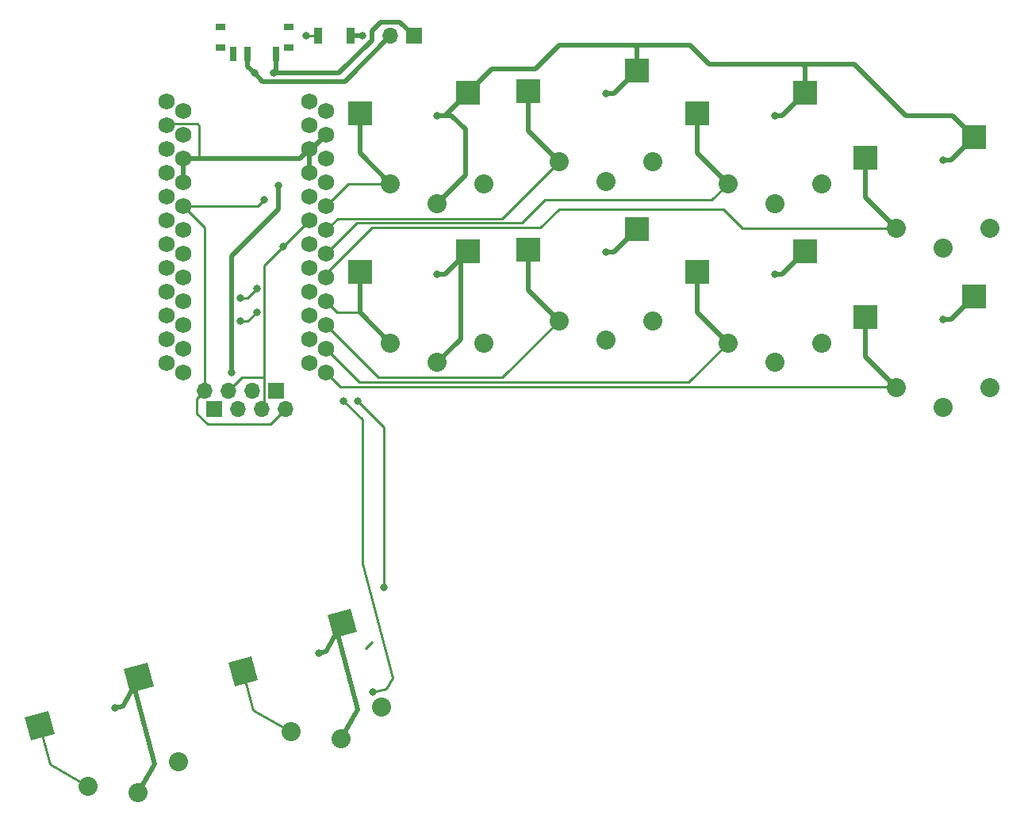
<source format=gbr>
%TF.GenerationSoftware,KiCad,Pcbnew,5.1.8*%
%TF.CreationDate,2021-02-20T18:00:33-06:00*%
%TF.ProjectId,small-paintbrush-hotswap,736d616c-6c2d-4706-9169-6e7462727573,rev?*%
%TF.SameCoordinates,Original*%
%TF.FileFunction,Copper,L1,Top*%
%TF.FilePolarity,Positive*%
%FSLAX46Y46*%
G04 Gerber Fmt 4.6, Leading zero omitted, Abs format (unit mm)*
G04 Created by KiCad (PCBNEW 5.1.8) date 2021-02-20 18:00:33*
%MOMM*%
%LPD*%
G01*
G04 APERTURE LIST*
%TA.AperFunction,ComponentPad*%
%ADD10C,1.752600*%
%TD*%
%TA.AperFunction,SMDPad,CuDef*%
%ADD11C,0.100000*%
%TD*%
%TA.AperFunction,ComponentPad*%
%ADD12C,2.032000*%
%TD*%
%TA.AperFunction,SMDPad,CuDef*%
%ADD13R,2.600000X2.600000*%
%TD*%
%TA.AperFunction,ComponentPad*%
%ADD14O,1.700000X1.700000*%
%TD*%
%TA.AperFunction,ComponentPad*%
%ADD15R,1.700000X1.700000*%
%TD*%
%TA.AperFunction,SMDPad,CuDef*%
%ADD16R,0.900000X1.700000*%
%TD*%
%TA.AperFunction,SMDPad,CuDef*%
%ADD17R,1.000000X0.800000*%
%TD*%
%TA.AperFunction,SMDPad,CuDef*%
%ADD18R,0.700000X1.500000*%
%TD*%
%TA.AperFunction,ViaPad*%
%ADD19C,0.800000*%
%TD*%
%TA.AperFunction,Conductor*%
%ADD20C,0.254000*%
%TD*%
%TA.AperFunction,Conductor*%
%ADD21C,0.508000*%
%TD*%
G04 APERTURE END LIST*
D10*
%TO.P,U2,1*%
%TO.N,Net-(U2-Pad1)*%
X92221739Y-28629424D03*
%TO.P,U2,2*%
%TO.N,Net-(U2-Pad2)*%
X92221739Y-31169424D03*
%TO.P,U2,3*%
%TO.N,GND*%
X92221739Y-33709424D03*
%TO.P,U2,4*%
X92221739Y-36249424D03*
%TO.P,U2,5*%
%TO.N,SDA*%
X92221739Y-38789424D03*
%TO.P,U2,6*%
%TO.N,SCL*%
X92221739Y-41329424D03*
%TO.P,U2,7*%
%TO.N,Net-(U2-Pad7)*%
X92221739Y-43869424D03*
%TO.P,U2,8*%
%TO.N,Net-(U2-Pad8)*%
X92221739Y-46409424D03*
%TO.P,U2,9*%
%TO.N,T1*%
X92221739Y-48949424D03*
%TO.P,U2,10*%
%TO.N,T2*%
X92221739Y-51489424D03*
%TO.P,U2,11*%
%TO.N,Net-(U2-Pad11)*%
X92221739Y-54029424D03*
%TO.P,U2,13*%
%TO.N,R2C4*%
X76981739Y-56569424D03*
%TO.P,U2,14*%
%TO.N,R2C3*%
X76981739Y-54029424D03*
%TO.P,U2,15*%
%TO.N,R2C2*%
X76981739Y-51489424D03*
%TO.P,U2,16*%
%TO.N,R2C1*%
X76981739Y-48949424D03*
%TO.P,U2,17*%
%TO.N,R1C4*%
X76981739Y-46409424D03*
%TO.P,U2,18*%
%TO.N,R1C3*%
X76981739Y-43869424D03*
%TO.P,U2,19*%
%TO.N,R1C2*%
X76981739Y-41329424D03*
%TO.P,U2,20*%
%TO.N,R1C1*%
X76981739Y-38789424D03*
%TO.P,U2,21*%
%TO.N,VCC*%
X76981739Y-36249424D03*
%TO.P,U2,22*%
%TO.N,RST*%
X76981739Y-33709424D03*
%TO.P,U2,23*%
%TO.N,GND*%
X76981739Y-31169424D03*
%TO.P,U2,12*%
%TO.N,Net-(U2-Pad12)*%
X92221739Y-56569424D03*
%TO.P,U2,24*%
%TO.N,Net-(U2-Pad24)*%
X76981739Y-28629424D03*
%TD*%
%TA.AperFunction,SMDPad,CuDef*%
D11*
%TO.P,KEY10,1*%
%TO.N,GND*%
G36*
X94828997Y-85943160D02*
G01*
X94156068Y-83431753D01*
X96667475Y-82758824D01*
X97340404Y-85270231D01*
X94828997Y-85943160D01*
G37*
%TD.AperFunction*%
D12*
%TO.P,KEY10,2*%
%TO.N,T1*%
X99937944Y-93322306D03*
%TO.P,KEY10,1*%
%TO.N,GND*%
X95651834Y-96644845D03*
%TA.AperFunction,SMDPad,CuDef*%
D11*
%TO.P,KEY10,2*%
%TO.N,T1*%
G36*
X84241955Y-91057557D02*
G01*
X83569026Y-88546150D01*
X86080433Y-87873221D01*
X86753362Y-90384628D01*
X84241955Y-91057557D01*
G37*
%TD.AperFunction*%
D12*
X90278685Y-95910496D03*
%TD*%
%TA.AperFunction,SMDPad,CuDef*%
D11*
%TO.P,KEY9,1*%
%TO.N,GND*%
G36*
X73132869Y-91760241D02*
G01*
X72459940Y-89248834D01*
X74971347Y-88575905D01*
X75644276Y-91087312D01*
X73132869Y-91760241D01*
G37*
%TD.AperFunction*%
D12*
%TO.P,KEY9,2*%
%TO.N,T2*%
X78241816Y-99139387D03*
%TO.P,KEY9,1*%
%TO.N,GND*%
X73955706Y-102461926D03*
%TA.AperFunction,SMDPad,CuDef*%
D11*
%TO.P,KEY9,2*%
%TO.N,T2*%
G36*
X62545827Y-96874638D02*
G01*
X61872898Y-94363231D01*
X64384305Y-93690302D01*
X65057234Y-96201709D01*
X62545827Y-96874638D01*
G37*
%TD.AperFunction*%
D12*
X68582557Y-101727577D03*
%TD*%
D13*
%TO.P,KEY3,1*%
%TO.N,GND*%
X145176739Y-27649426D03*
D12*
%TO.P,KEY3,2*%
%TO.N,R1C3*%
X146901739Y-37399426D03*
%TO.P,KEY3,1*%
%TO.N,GND*%
X141901739Y-39499426D03*
D13*
%TO.P,KEY3,2*%
%TO.N,R1C3*%
X133626739Y-29849426D03*
D12*
X136901739Y-37399426D03*
%TD*%
D13*
%TO.P,KEY8,1*%
%TO.N,GND*%
X163176739Y-49399423D03*
D12*
%TO.P,KEY8,2*%
%TO.N,R2C4*%
X164901739Y-59149423D03*
%TO.P,KEY8,1*%
%TO.N,GND*%
X159901739Y-61249423D03*
D13*
%TO.P,KEY8,2*%
%TO.N,R2C4*%
X151626739Y-51599423D03*
D12*
X154901739Y-59149423D03*
%TD*%
D13*
%TO.P,KEY7,1*%
%TO.N,GND*%
X145176739Y-44649426D03*
D12*
%TO.P,KEY7,2*%
%TO.N,R2C3*%
X146901739Y-54399426D03*
%TO.P,KEY7,1*%
%TO.N,GND*%
X141901739Y-56499426D03*
D13*
%TO.P,KEY7,2*%
%TO.N,R2C3*%
X133626739Y-46849426D03*
D12*
X136901739Y-54399426D03*
%TD*%
%TO.P,KEY6,2*%
%TO.N,R2C2*%
X118901739Y-52019424D03*
D13*
X115626739Y-44469424D03*
D12*
%TO.P,KEY6,1*%
%TO.N,GND*%
X123901739Y-54119424D03*
%TO.P,KEY6,2*%
%TO.N,R2C2*%
X128901739Y-52019424D03*
D13*
%TO.P,KEY6,1*%
%TO.N,GND*%
X127176739Y-42269424D03*
%TD*%
%TO.P,KEY5,1*%
%TO.N,GND*%
X109176736Y-44649424D03*
D12*
%TO.P,KEY5,2*%
%TO.N,R2C1*%
X110901736Y-54399424D03*
%TO.P,KEY5,1*%
%TO.N,GND*%
X105901736Y-56499424D03*
D13*
%TO.P,KEY5,2*%
%TO.N,R2C1*%
X97626736Y-46849424D03*
D12*
X100901736Y-54399424D03*
%TD*%
D13*
%TO.P,KEY4,1*%
%TO.N,GND*%
X163176737Y-32399424D03*
D12*
%TO.P,KEY4,2*%
%TO.N,R1C4*%
X164901737Y-42149424D03*
%TO.P,KEY4,1*%
%TO.N,GND*%
X159901737Y-44249424D03*
D13*
%TO.P,KEY4,2*%
%TO.N,R1C4*%
X151626737Y-34599424D03*
D12*
X154901737Y-42149424D03*
%TD*%
%TO.P,KEY2,2*%
%TO.N,R1C2*%
X118901737Y-35019424D03*
D13*
X115626737Y-27469424D03*
D12*
%TO.P,KEY2,1*%
%TO.N,GND*%
X123901737Y-37119424D03*
%TO.P,KEY2,2*%
%TO.N,R1C2*%
X128901737Y-35019424D03*
D13*
%TO.P,KEY2,1*%
%TO.N,GND*%
X127176737Y-25269424D03*
%TD*%
%TO.P,KEY1,1*%
%TO.N,GND*%
X109176737Y-27649424D03*
D12*
%TO.P,KEY1,2*%
%TO.N,R1C1*%
X110901737Y-37399424D03*
%TO.P,KEY1,1*%
%TO.N,GND*%
X105901737Y-39499424D03*
D13*
%TO.P,KEY1,2*%
%TO.N,R1C1*%
X97626737Y-29849424D03*
D12*
X100901737Y-37399424D03*
%TD*%
D10*
%TO.P,U1,24*%
%TO.N,Net-(U1-Pad24)*%
X94021737Y-29629424D03*
%TO.P,U1,12*%
%TO.N,Net-(U1-Pad12)*%
X78781737Y-57569424D03*
%TO.P,U1,23*%
%TO.N,GND*%
X94021737Y-32169424D03*
%TO.P,U1,22*%
%TO.N,RST*%
X94021737Y-34709424D03*
%TO.P,U1,21*%
%TO.N,VCC*%
X94021737Y-37249424D03*
%TO.P,U1,20*%
%TO.N,R1C1*%
X94021737Y-39789424D03*
%TO.P,U1,19*%
%TO.N,R1C2*%
X94021737Y-42329424D03*
%TO.P,U1,18*%
%TO.N,R1C3*%
X94021737Y-44869424D03*
%TO.P,U1,17*%
%TO.N,R1C4*%
X94021737Y-47409424D03*
%TO.P,U1,16*%
%TO.N,R2C1*%
X94021737Y-49949424D03*
%TO.P,U1,15*%
%TO.N,R2C2*%
X94021737Y-52489424D03*
%TO.P,U1,14*%
%TO.N,R2C3*%
X94021737Y-55029424D03*
%TO.P,U1,13*%
%TO.N,R2C4*%
X94021737Y-57569424D03*
%TO.P,U1,11*%
%TO.N,Net-(U1-Pad11)*%
X78781737Y-55029424D03*
%TO.P,U1,10*%
%TO.N,T2*%
X78781737Y-52489424D03*
%TO.P,U1,9*%
%TO.N,T1*%
X78781737Y-49949424D03*
%TO.P,U1,8*%
%TO.N,Net-(U1-Pad8)*%
X78781737Y-47409424D03*
%TO.P,U1,7*%
%TO.N,Net-(U1-Pad7)*%
X78781737Y-44869424D03*
%TO.P,U1,6*%
%TO.N,SCL*%
X78781737Y-42329424D03*
%TO.P,U1,5*%
%TO.N,SDA*%
X78781737Y-39789424D03*
%TO.P,U1,4*%
%TO.N,GND*%
X78781737Y-37249424D03*
%TO.P,U1,3*%
X78781737Y-34709424D03*
%TO.P,U1,2*%
%TO.N,Net-(U1-Pad2)*%
X78781737Y-32169424D03*
%TO.P,U1,1*%
%TO.N,Net-(U1-Pad1)*%
X78781737Y-29629424D03*
%TD*%
D14*
%TO.P,J3,4*%
%TO.N,SDA*%
X89721739Y-61499424D03*
%TO.P,J3,3*%
%TO.N,SCL*%
X87181739Y-61499424D03*
%TO.P,J3,2*%
%TO.N,VCC*%
X84641739Y-61499424D03*
D15*
%TO.P,J3,1*%
%TO.N,GND*%
X82101739Y-61499424D03*
%TD*%
D14*
%TO.P,J2,4*%
%TO.N,SDA*%
X81081737Y-59499424D03*
%TO.P,J2,3*%
%TO.N,SCL*%
X83621737Y-59499424D03*
%TO.P,J2,2*%
%TO.N,VCC*%
X86161737Y-59499424D03*
D15*
%TO.P,J2,1*%
%TO.N,GND*%
X88701737Y-59499424D03*
%TD*%
D16*
%TO.P,PUSH2,2*%
%TO.N,GND*%
X96601737Y-21599425D03*
%TO.P,PUSH2,1*%
%TO.N,RST*%
X93201737Y-21599425D03*
%TD*%
D17*
%TO.P,SW2,*%
%TO.N,*%
X90051737Y-22879425D03*
X82751737Y-22879425D03*
X82751737Y-20669425D03*
X90051737Y-20669425D03*
D18*
%TO.P,SW2,3*%
%TO.N,Net-(SW2-Pad3)*%
X84151737Y-23529425D03*
%TO.P,SW2,2*%
%TO.N,Net-(J1-Pad2)*%
X85651737Y-23529425D03*
%TO.P,SW2,1*%
%TO.N,Net-(J1-Pad1)*%
X88651737Y-23529425D03*
%TD*%
D14*
%TO.P,J1,2*%
%TO.N,Net-(J1-Pad2)*%
X100861737Y-21599424D03*
D15*
%TO.P,J1,1*%
%TO.N,Net-(J1-Pad1)*%
X103401737Y-21599424D03*
%TD*%
D19*
%TO.N,GND*%
X159901739Y-34849425D03*
X141901739Y-30099424D03*
X123901737Y-27719424D03*
X105901739Y-30099426D03*
X105901739Y-47099426D03*
X123901738Y-44719424D03*
X141901739Y-47099424D03*
X159901738Y-51849425D03*
X97901739Y-21599425D03*
X71522808Y-93382224D03*
X93256139Y-87558795D03*
%TO.N,VCC*%
X83901738Y-57599424D03*
X88915038Y-37586123D03*
%TO.N,Net-(J1-Pad2)*%
X86401743Y-25599430D03*
%TO.N,Net-(J1-Pad1)*%
X88401725Y-25599424D03*
%TO.N,SDA*%
X87401739Y-39099424D03*
%TO.N,SCL*%
X89426738Y-44124425D03*
%TO.N,T1*%
X84901738Y-49599424D03*
X86674737Y-48599425D03*
X97401737Y-60599423D03*
X100172412Y-80529205D03*
%TO.N,T2*%
X84901736Y-52099425D03*
X86674737Y-51099424D03*
X95901739Y-60599424D03*
X99026310Y-91706702D03*
%TO.N,RST*%
X91901737Y-21599424D03*
%TD*%
D20*
%TO.N,*%
X98247854Y-87014811D02*
X98901738Y-86360928D01*
D21*
%TO.N,GND*%
X159901739Y-34849425D02*
X160726739Y-34849424D01*
X160726739Y-34849424D02*
X163176739Y-32399424D01*
X141901739Y-30099424D02*
X142726736Y-30099424D01*
X142726736Y-30099424D02*
X145176737Y-27649424D01*
X123901737Y-27719424D02*
X124726739Y-27719425D01*
X124726739Y-27719425D02*
X127176739Y-25269423D01*
X105901739Y-30099426D02*
X106726739Y-30099424D01*
X106726739Y-30099424D02*
X109176739Y-27649424D01*
X105901739Y-47099426D02*
X106726739Y-47099424D01*
X106726739Y-47099424D02*
X109176739Y-44649424D01*
X123901738Y-44719424D02*
X124726739Y-44719425D01*
X124726739Y-44719425D02*
X127176737Y-42269424D01*
X141901739Y-47099424D02*
X142726739Y-47099423D01*
X142726739Y-47099423D02*
X145176739Y-44649424D01*
X108401737Y-45424425D02*
X109176739Y-44649424D01*
X108401737Y-53999423D02*
X108401737Y-45424425D01*
X105901738Y-56499424D02*
X108401737Y-53999423D01*
X160726738Y-51849424D02*
X163176738Y-49399424D01*
X159901738Y-51849425D02*
X160726738Y-51849424D01*
X132901737Y-22599424D02*
X134901738Y-24599424D01*
X150401738Y-24599423D02*
X155901737Y-30099424D01*
X160876739Y-30099426D02*
X163176739Y-32399424D01*
X155901737Y-30099424D02*
X160876739Y-30099426D01*
X145176737Y-24874424D02*
X144901739Y-24599424D01*
X145176737Y-27649424D02*
X145176737Y-24874424D01*
X144901739Y-24599424D02*
X150401738Y-24599423D01*
X134901738Y-24599424D02*
X144901739Y-24599424D01*
X127176737Y-22874425D02*
X126901737Y-22599424D01*
X127176739Y-25269423D02*
X127176737Y-22874425D01*
X126901737Y-22599424D02*
X132901737Y-22599424D01*
X107401739Y-30099423D02*
X105901739Y-30099426D01*
X108901739Y-31599424D02*
X107401739Y-30099423D01*
X108901737Y-36499424D02*
X108901739Y-31599424D01*
X105901739Y-39499424D02*
X108901737Y-36499424D01*
X78781738Y-37249425D02*
X78781739Y-34709423D01*
X92221736Y-36249424D02*
X92221739Y-33709424D01*
X92481737Y-33709424D02*
X94021739Y-32169424D01*
X92221739Y-33709424D02*
X92481737Y-33709424D01*
X91221738Y-34709423D02*
X92221739Y-33709424D01*
X80511737Y-34709424D02*
X91221738Y-34709423D01*
X78781739Y-34709423D02*
X80511737Y-34709424D01*
D20*
X80268436Y-30966123D02*
X80511739Y-31209425D01*
X80511739Y-31209425D02*
X80511737Y-34709424D01*
X77185037Y-30966123D02*
X80268436Y-30966123D01*
X76981739Y-31169424D02*
X77185037Y-30966123D01*
D21*
X118901737Y-22599425D02*
X126901737Y-22599424D01*
X116401737Y-25099423D02*
X118901737Y-22599425D01*
X111726738Y-25099424D02*
X116401737Y-25099423D01*
X109176739Y-27649424D02*
X111726738Y-25099424D01*
X97901739Y-21599425D02*
X96601738Y-21599424D01*
X72319697Y-93168698D02*
X74052107Y-90168074D01*
X71522808Y-93382224D02*
X72319697Y-93168698D01*
X94013350Y-87355901D02*
X95748235Y-84350992D01*
X93256139Y-87558795D02*
X94013350Y-87355901D01*
X73504100Y-91117251D02*
X74052107Y-90168074D01*
X75723474Y-99400065D02*
X73504100Y-91117251D01*
X73955707Y-102461927D02*
X75723474Y-99400065D01*
X95651834Y-96644846D02*
X97446173Y-93536959D01*
X95226800Y-85254145D02*
X95748235Y-84350992D01*
X97446173Y-93536959D02*
X95226800Y-85254145D01*
%TO.N,R1C1*%
X97626738Y-34124424D02*
X100901739Y-37399423D01*
X97626737Y-29849425D02*
X97626738Y-34124424D01*
D20*
X96411739Y-37399424D02*
X94021736Y-39789425D01*
X100901739Y-37399423D02*
X96411739Y-37399424D01*
D21*
%TO.N,R1C2*%
X115626737Y-31744424D02*
X118901739Y-35019424D01*
X115626739Y-27469423D02*
X115626737Y-31744424D01*
D20*
X95251738Y-41099424D02*
X94021737Y-42329424D01*
X112821739Y-41099425D02*
X95251738Y-41099424D01*
X118901739Y-35019424D02*
X112821739Y-41099425D01*
D21*
%TO.N,R1C3*%
X133626739Y-34124423D02*
X136901737Y-37399425D01*
X133626737Y-29849424D02*
X133626739Y-34124423D01*
D20*
X97291736Y-41599425D02*
X94021739Y-44869424D01*
X97291736Y-41599425D02*
X114901738Y-41599424D01*
X114901738Y-41599424D02*
X117401737Y-39099424D01*
X135201737Y-39099424D02*
X136901737Y-37399425D01*
X117401737Y-39099424D02*
X135201737Y-39099424D01*
D21*
%TO.N,R1C4*%
X151626739Y-38874425D02*
X154901738Y-42149423D01*
X151626738Y-34599424D02*
X151626739Y-38874425D01*
D20*
X94021738Y-46979424D02*
X94021737Y-47409423D01*
X98901737Y-42099424D02*
X94021738Y-46979424D01*
X98901737Y-42099424D02*
X116901736Y-42099424D01*
X116901736Y-42099424D02*
X118901737Y-40099424D01*
X118901737Y-40099424D02*
X136401739Y-40099425D01*
X138451738Y-42149424D02*
X154901738Y-42149423D01*
X136401739Y-40099425D02*
X138451738Y-42149424D01*
D21*
%TO.N,R2C1*%
X97626739Y-51124425D02*
X100901738Y-54399424D01*
X97626737Y-46849425D02*
X97626739Y-51124425D01*
D20*
X95196737Y-51124424D02*
X94021737Y-49949424D01*
X97626739Y-51124425D02*
X95196737Y-51124424D01*
D21*
%TO.N,R2C2*%
X115626736Y-48744424D02*
X118901738Y-52019424D01*
X115626739Y-44469423D02*
X115626736Y-48744424D01*
D20*
X112821738Y-58099425D02*
X118901738Y-52019424D01*
X99631739Y-58099424D02*
X112821738Y-58099425D01*
X94021737Y-52489425D02*
X99631739Y-58099424D01*
D21*
%TO.N,R2C3*%
X133626737Y-51124424D02*
X136901737Y-54399425D01*
X133626737Y-46849424D02*
X133626737Y-51124424D01*
D20*
X94021738Y-55029423D02*
X97591737Y-58599423D01*
X132701737Y-58599424D02*
X136901737Y-54399425D01*
X97591737Y-58599423D02*
X132701737Y-58599424D01*
D21*
%TO.N,R2C4*%
X151626737Y-55874425D02*
X154901737Y-59149424D01*
X151626739Y-51599424D02*
X151626737Y-55874425D01*
D20*
X154851739Y-59099424D02*
X154901737Y-59149424D01*
X95551737Y-59099423D02*
X154851739Y-59099424D01*
X94021739Y-57569424D02*
X95551737Y-59099423D01*
D21*
%TO.N,VCC*%
X83901738Y-57599424D02*
X83901737Y-45099424D01*
X88915040Y-40086123D02*
X88915038Y-37586123D01*
X83901737Y-45099424D02*
X88915040Y-40086123D01*
%TO.N,Net-(J1-Pad2)*%
X85651739Y-24849424D02*
X86401743Y-25599430D01*
X85651739Y-23529424D02*
X85651739Y-24849424D01*
X96007738Y-26453424D02*
X100861739Y-21599423D01*
X87255740Y-26453425D02*
X96007738Y-26453424D01*
X86401743Y-25599430D02*
X87255740Y-26453425D01*
%TO.N,Net-(J1-Pad1)*%
X88651738Y-25349412D02*
X88401725Y-25599424D01*
X88651737Y-23529423D02*
X88651738Y-25349412D01*
X88401725Y-25599424D02*
X95401737Y-25599423D01*
X98901737Y-22099425D02*
X98901737Y-21099424D01*
X95401737Y-25599423D02*
X98901737Y-22099425D01*
X98901737Y-21099424D02*
X99901737Y-20099424D01*
X101901737Y-20099424D02*
X103401737Y-21599424D01*
X99901737Y-20099424D02*
X101901737Y-20099424D01*
D20*
%TO.N,SDA*%
X81081736Y-42089426D02*
X78781739Y-39789424D01*
X81081738Y-59499423D02*
X81081736Y-42089426D01*
X80231740Y-61929427D02*
X80231740Y-60349423D01*
X86711739Y-39789424D02*
X87401739Y-39099424D01*
X81401737Y-63099424D02*
X80231740Y-61929427D01*
X78781739Y-39789424D02*
X86711739Y-39789424D01*
X80231740Y-60349423D02*
X81081738Y-59499423D01*
X88121738Y-63099424D02*
X81401737Y-63099424D01*
X89721739Y-61499424D02*
X88121738Y-63099424D01*
%TO.N,SCL*%
X83621736Y-59499426D02*
X85021737Y-58099424D01*
X85021737Y-58099424D02*
X87401739Y-58099424D01*
X87401738Y-61279425D02*
X87181736Y-61499424D01*
X87401739Y-58099424D02*
X87401738Y-61279425D01*
X87401739Y-58099424D02*
X87401737Y-46149424D01*
X89426738Y-44124425D02*
X92221739Y-41329423D01*
X87401737Y-46149424D02*
X89426738Y-44124425D01*
%TO.N,T1*%
X85674739Y-49599424D02*
X86674737Y-48599425D01*
X84901738Y-49599424D02*
X85674739Y-49599424D01*
X86267646Y-93594723D02*
X90278685Y-95910497D01*
X85161193Y-89465389D02*
X86267646Y-93594723D01*
X100172412Y-80529205D02*
X100172412Y-63370100D01*
X100172412Y-63370100D02*
X97651736Y-60849424D01*
X97651736Y-60849424D02*
X97401737Y-60599423D01*
%TO.N,T2*%
X85674737Y-52099424D02*
X86674737Y-51099424D01*
X84901736Y-52099425D02*
X85674737Y-52099424D01*
X64571517Y-99411803D02*
X68582558Y-101727578D01*
X63465067Y-95282470D02*
X64571517Y-99411803D01*
X100475199Y-91318473D02*
X101156135Y-90139057D01*
X97901739Y-62599426D02*
X97901737Y-77993485D01*
X95901739Y-60599424D02*
X97901739Y-62599426D01*
X99026310Y-91706702D02*
X100475199Y-91318473D01*
X101156135Y-90139057D02*
X97901737Y-77993485D01*
%TO.N,RST*%
X91901737Y-21599424D02*
X93201739Y-21599423D01*
%TD*%
M02*

</source>
